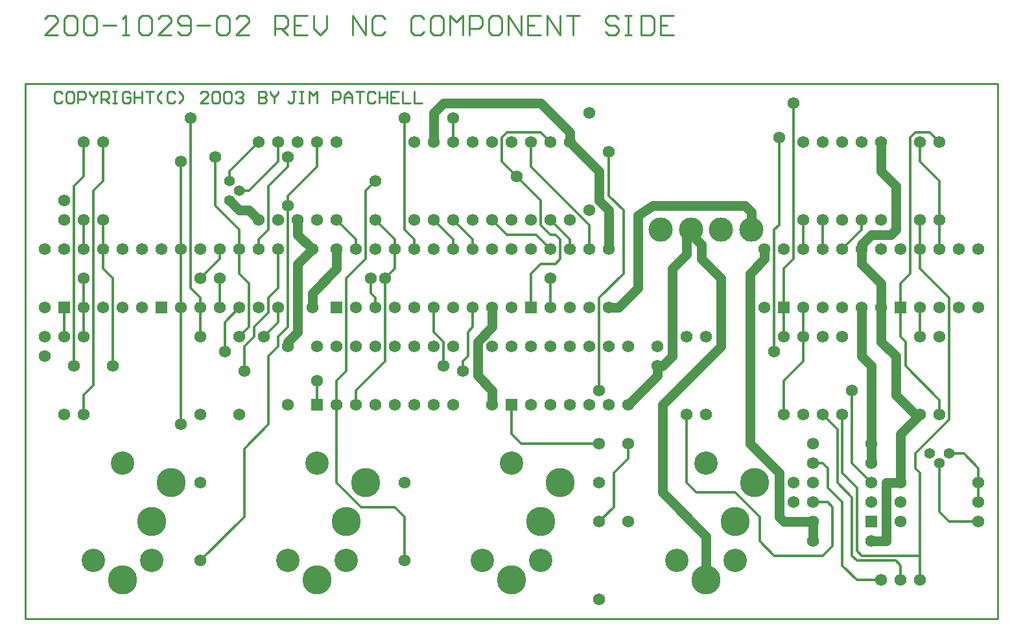
<source format=gtl>
*%FSLAX23Y23*%
*%MOIN*%
G01*
%ADD11C,0.007*%
%ADD12C,0.008*%
%ADD13C,0.010*%
%ADD14C,0.012*%
%ADD15C,0.032*%
%ADD16C,0.036*%
%ADD17C,0.050*%
%ADD18C,0.052*%
%ADD19C,0.055*%
%ADD20C,0.056*%
%ADD21C,0.060*%
%ADD22C,0.061*%
%ADD23C,0.062*%
%ADD24C,0.066*%
%ADD25C,0.068*%
%ADD26C,0.070*%
%ADD27C,0.080*%
%ADD28C,0.090*%
%ADD29C,0.095*%
%ADD30C,0.115*%
%ADD31C,0.120*%
%ADD32C,0.125*%
%ADD33C,0.126*%
%ADD34C,0.131*%
%ADD35C,0.150*%
%ADD36C,0.156*%
%ADD37R,0.062X0.062*%
%ADD38R,0.068X0.068*%
D13*
X7884Y9126D02*
X7874Y9136D01*
X7854D01*
X7844Y9126D01*
Y9086D01*
X7854Y9076D01*
X7874D01*
X7884Y9086D01*
X7914Y9136D02*
X7934D01*
X7914D02*
X7904Y9126D01*
Y9086D01*
X7914Y9076D01*
X7934D01*
X7944Y9086D01*
Y9126D01*
X7934Y9136D01*
X7964D02*
Y9076D01*
Y9136D02*
X7994D01*
X8004Y9126D01*
Y9106D01*
X7994Y9096D01*
X7964D01*
X8024Y9126D02*
Y9136D01*
Y9126D02*
X8044Y9106D01*
X8064Y9126D01*
Y9136D01*
X8044Y9106D02*
Y9076D01*
X8084D02*
Y9136D01*
X8114D01*
X8124Y9126D01*
Y9106D01*
X8114Y9096D01*
X8084D01*
X8104D02*
X8124Y9076D01*
X8144Y9136D02*
X8164D01*
X8154D01*
Y9076D01*
X8144D01*
X8164D01*
X8224Y9136D02*
X8234Y9126D01*
X8224Y9136D02*
X8204D01*
X8194Y9126D01*
Y9086D01*
X8204Y9076D01*
X8224D01*
X8234Y9086D01*
Y9106D01*
X8214D01*
X8254Y9136D02*
Y9076D01*
Y9106D01*
X8294D01*
Y9136D01*
Y9076D01*
X8314Y9136D02*
X8354D01*
X8334D01*
Y9076D01*
X8374Y9096D02*
X8394Y9076D01*
X8374Y9096D02*
Y9116D01*
X8394Y9136D01*
X8454D02*
X8464Y9126D01*
X8454Y9136D02*
X8434D01*
X8424Y9126D01*
Y9086D01*
X8434Y9076D01*
X8454D01*
X8464Y9086D01*
X8484Y9076D02*
X8504Y9096D01*
Y9116D01*
X8484Y9136D01*
X8594Y9076D02*
X8634D01*
X8594D02*
X8634Y9116D01*
Y9126D01*
X8624Y9136D01*
X8604D01*
X8594Y9126D01*
X8654D02*
X8664Y9136D01*
X8684D01*
X8694Y9126D01*
Y9086D01*
X8684Y9076D01*
X8664D01*
X8654Y9086D01*
Y9126D01*
X8714D02*
X8724Y9136D01*
X8744D01*
X8754Y9126D01*
Y9086D01*
X8744Y9076D01*
X8724D01*
X8714Y9086D01*
Y9126D01*
X8774D02*
X8784Y9136D01*
X8804D01*
X8814Y9126D01*
Y9116D01*
X8815D01*
X8814D02*
X8815D01*
X8814D02*
X8815D01*
X8814D02*
X8804Y9106D01*
X8794D01*
X8804D01*
X8814Y9096D01*
Y9086D01*
X8804Y9076D01*
X8784D01*
X8774Y9086D01*
X8894Y9076D02*
Y9136D01*
Y9076D02*
X8924D01*
X8934Y9086D01*
Y9096D01*
X8924Y9106D01*
X8894D01*
X8895D01*
X8894D02*
X8895D01*
X8894D02*
X8895D01*
X8894D02*
X8924D01*
X8934Y9116D01*
Y9126D01*
X8924Y9136D01*
X8894D01*
X8954D02*
Y9126D01*
X8974Y9106D01*
X8994Y9126D01*
Y9136D01*
X8974Y9106D02*
Y9076D01*
X9064Y9136D02*
X9084D01*
X9074D02*
X9064D01*
X9074D02*
Y9086D01*
X9064Y9076D01*
X9054D01*
X9044Y9086D01*
X9104Y9136D02*
X9124D01*
X9114D01*
Y9076D01*
X9104D01*
X9124D01*
X9154D02*
Y9136D01*
X9174Y9116D01*
X9194Y9136D01*
Y9076D01*
X9274D02*
Y9136D01*
X9304D01*
X9314Y9126D01*
Y9106D01*
X9304Y9096D01*
X9274D01*
X9334Y9076D02*
Y9116D01*
X9354Y9136D01*
X9374Y9116D01*
Y9076D01*
Y9106D01*
X9334D01*
X9394Y9136D02*
X9434D01*
X9414D01*
Y9076D01*
X9484Y9136D02*
X9494Y9126D01*
X9484Y9136D02*
X9464D01*
X9454Y9126D01*
Y9086D01*
X9464Y9076D01*
X9484D01*
X9494Y9086D01*
X9514Y9076D02*
Y9136D01*
Y9106D02*
Y9076D01*
Y9106D02*
X9554D01*
Y9136D01*
Y9076D01*
X9574Y9136D02*
X9614D01*
X9574D02*
Y9076D01*
X9614D01*
X9594Y9106D02*
X9574D01*
X9634Y9136D02*
Y9076D01*
X9674D01*
X9694D02*
Y9136D01*
Y9076D02*
X9734D01*
X7861Y9426D02*
X7794D01*
X7861Y9493D01*
Y9509D01*
X7844Y9526D01*
X7811D01*
X7794Y9509D01*
X7894D02*
X7911Y9526D01*
X7944D01*
X7961Y9509D01*
Y9443D01*
X7944Y9426D01*
X7911D01*
X7894Y9443D01*
Y9509D01*
X7994D02*
X8011Y9526D01*
X8044D01*
X8061Y9509D01*
Y9443D01*
X8044Y9426D01*
X8011D01*
X7994Y9443D01*
Y9509D01*
X8094Y9476D02*
X8161D01*
X8194Y9426D02*
X8227D01*
X8211D01*
Y9526D01*
X8212D01*
X8211D02*
X8194Y9509D01*
X8277D02*
X8294Y9526D01*
X8327D01*
X8344Y9509D01*
Y9443D01*
X8327Y9426D01*
X8294D01*
X8277Y9443D01*
Y9509D01*
X8377Y9426D02*
X8444D01*
X8377D02*
X8444Y9493D01*
Y9509D01*
X8427Y9526D01*
X8394D01*
X8377Y9509D01*
X8477Y9443D02*
X8494Y9426D01*
X8527D01*
X8544Y9443D01*
Y9509D01*
X8527Y9526D01*
X8494D01*
X8477Y9509D01*
Y9493D01*
X8494Y9476D01*
X8544D01*
X8577D02*
X8644D01*
X8677Y9509D02*
X8694Y9526D01*
X8727D01*
X8744Y9509D01*
Y9443D01*
X8727Y9426D01*
X8694D01*
X8677Y9443D01*
Y9509D01*
X8777Y9426D02*
X8844D01*
X8777D02*
X8844Y9493D01*
Y9509D01*
X8827Y9526D01*
X8794D01*
X8777Y9509D01*
X8977Y9526D02*
Y9426D01*
Y9526D02*
X9027D01*
X9044Y9509D01*
Y9476D01*
X9027Y9459D01*
X8977D01*
X9010D02*
X9044Y9426D01*
X9077Y9526D02*
X9144D01*
X9077D02*
Y9426D01*
X9144D01*
X9110Y9476D02*
X9077D01*
X9177Y9459D02*
Y9526D01*
Y9459D02*
X9210Y9426D01*
X9244Y9459D01*
Y9526D01*
X9377D02*
Y9426D01*
X9443D02*
X9377Y9526D01*
X9443D02*
Y9426D01*
X9543Y9509D02*
X9527Y9526D01*
X9493D01*
X9477Y9509D01*
Y9443D01*
X9493Y9426D01*
X9527D01*
X9543Y9443D01*
X9727Y9526D02*
X9743Y9509D01*
X9727Y9526D02*
X9693D01*
X9677Y9509D01*
Y9443D01*
X9693Y9426D01*
X9727D01*
X9743Y9443D01*
X9793Y9526D02*
X9827D01*
X9793D02*
X9777Y9509D01*
Y9443D01*
X9793Y9426D01*
X9827D01*
X9843Y9443D01*
Y9509D01*
X9827Y9526D01*
X9877D02*
Y9426D01*
X9910Y9493D02*
X9877Y9526D01*
X9910Y9493D02*
X9943Y9526D01*
Y9426D01*
X9977D02*
Y9526D01*
X10027D01*
X10043Y9509D01*
Y9476D01*
X10027Y9459D01*
X9977D01*
X10093Y9526D02*
X10127D01*
X10093D02*
X10077Y9509D01*
Y9443D01*
X10093Y9426D01*
X10127D01*
X10143Y9443D01*
Y9509D01*
X10127Y9526D01*
X10177D02*
Y9426D01*
X10243D02*
X10177Y9526D01*
X10243D02*
Y9426D01*
X10277Y9526D02*
X10343D01*
X10277D02*
Y9426D01*
X10343D01*
X10310Y9476D02*
X10277D01*
X10376Y9426D02*
Y9526D01*
X10443Y9426D01*
Y9526D01*
X10476D02*
X10543D01*
X10510D01*
Y9426D01*
X10726Y9526D02*
X10743Y9509D01*
X10726Y9526D02*
X10693D01*
X10676Y9509D01*
Y9493D01*
X10693Y9476D01*
X10726D01*
X10743Y9459D01*
Y9443D01*
X10726Y9426D01*
X10693D01*
X10676Y9443D01*
X10776Y9526D02*
X10810D01*
X10793D01*
Y9426D01*
X10776D01*
X10810D01*
X10860D02*
Y9526D01*
Y9426D02*
X10910D01*
X10926Y9443D01*
Y9509D01*
X10910Y9526D01*
X10860D01*
X10960D02*
X11026D01*
X10960D02*
Y9426D01*
X11026D01*
X10993Y9476D02*
X10960D01*
X7694Y9176D02*
Y6426D01*
X12694D02*
Y9176D01*
Y6426D02*
X7694D01*
Y9176D02*
X12694D01*
D14*
X8819Y6951D02*
X8594Y6726D01*
X8819Y7301D02*
X8944Y7426D01*
X9294Y7126D02*
X9419Y7001D01*
X10594Y8451D02*
X10294Y8751D01*
X11344Y7076D02*
X11469Y6951D01*
X8794Y8426D02*
X8669Y8551D01*
X12294Y8226D02*
X12444Y8076D01*
X12219Y7726D02*
X12394Y7551D01*
X8894Y8876D02*
X8744Y8726D01*
X8844Y8626D02*
X8994Y8776D01*
X9044Y8601D02*
X9194Y8751D01*
X12269Y7276D02*
X12444Y7451D01*
X9544Y7751D02*
X9394Y7601D01*
X10644Y8076D02*
X10769Y8201D01*
X11994Y6751D02*
X12294D01*
X11794D02*
X11544D01*
X11969Y6726D02*
X12169D01*
X12094Y6626D02*
X11969D01*
X7894Y7876D02*
Y8026D01*
X7994Y8326D02*
Y8476D01*
X8044Y8626D02*
Y7626D01*
X7994Y7576D02*
Y7476D01*
Y7876D02*
Y8026D01*
Y8176D01*
X7944Y7726D02*
Y8651D01*
X7994Y8701D02*
Y8876D01*
X8044Y7626D02*
X7994Y7576D01*
X8044Y8626D02*
X8094Y8676D01*
X7994Y8701D02*
X7944Y8651D01*
X12444Y6926D02*
X12594D01*
X8094Y8676D02*
Y8876D01*
X8144Y8176D02*
Y7726D01*
X8094Y8326D02*
Y8476D01*
Y8326D02*
Y8226D01*
X8144Y8176D01*
X9444Y7001D02*
X9594D01*
X9444D02*
X9419D01*
X11144Y7076D02*
X11344D01*
X11744Y7026D02*
X11819D01*
X12444Y7276D02*
X12519D01*
X11794Y7226D02*
X11744D01*
X10644Y7326D02*
X10244D01*
X8494Y7426D02*
Y8026D01*
Y8326D01*
Y8776D01*
X8544Y8476D02*
Y8126D01*
Y8476D02*
Y9001D01*
X8594Y8026D02*
Y7876D01*
Y8026D02*
Y8076D01*
X8544Y8126D01*
X8594Y8176D02*
X8694Y8276D01*
X8819Y7301D02*
Y6951D01*
X8844Y7926D02*
Y8151D01*
X8744Y8676D02*
Y8726D01*
X8669Y8801D02*
Y8551D01*
X8794Y8326D02*
Y8201D01*
Y8326D02*
Y8426D01*
X8694Y8176D02*
Y8026D01*
Y8276D02*
Y8326D01*
X8719Y7951D02*
Y7801D01*
X8819Y7826D02*
Y7701D01*
X8844Y8151D02*
X8794Y8201D01*
X8844Y7926D02*
X8794Y7876D01*
X8719Y7951D02*
X8794Y8026D01*
X8869Y7876D02*
X8819Y7826D01*
X8994D02*
Y7876D01*
X8944Y7776D02*
Y7426D01*
X8994Y8776D02*
Y8876D01*
X8944Y8651D02*
Y8426D01*
X8894Y8376D02*
Y8326D01*
X8994D02*
Y8126D01*
Y8026D02*
Y7951D01*
X8944Y8001D02*
Y8076D01*
X8869Y7926D02*
Y7876D01*
X8994D02*
X9044Y7926D01*
X8994Y7826D02*
X8944Y7776D01*
Y8651D02*
X9044Y8751D01*
X8944Y8426D02*
X8894Y8376D01*
X8994Y8126D02*
X8944Y8076D01*
X8994Y7951D02*
X8919Y7876D01*
X8869Y7926D02*
X8944Y8001D01*
X9194Y8751D02*
Y8876D01*
X9044Y8551D02*
Y7926D01*
Y8551D02*
Y8601D01*
X9194Y7651D02*
Y7526D01*
X9044Y8751D02*
Y8801D01*
X9294Y7526D02*
Y7126D01*
Y7526D02*
Y7651D01*
X9394Y8326D02*
Y8376D01*
Y7601D02*
Y7526D01*
X9344Y7701D02*
Y8176D01*
X9394Y8376D02*
X9294Y8476D01*
X9344Y7701D02*
X9294Y7651D01*
X9344Y8176D02*
X9444Y8276D01*
X10344Y8251D02*
X10419D01*
X9594Y8326D02*
Y8376D01*
Y8326D02*
Y8226D01*
X9544Y8176D02*
Y7751D01*
X9444Y8276D02*
Y8626D01*
X9469Y8176D02*
Y8101D01*
X9494Y8076D02*
Y8026D01*
X9594Y7001D02*
X9644Y6951D01*
X9594Y8376D02*
X9494Y8476D01*
X9469Y8101D02*
X9494Y8076D01*
X9444Y8626D02*
X9494Y8676D01*
X9594Y8226D02*
X9544Y8176D01*
X10169Y8401D02*
X10319D01*
X10394D02*
X10419D01*
X9694Y8376D02*
Y8326D01*
X9644Y8426D02*
Y9001D01*
Y6951D02*
Y6726D01*
X9794Y7901D02*
Y8026D01*
X9694Y8376D02*
X9644Y8426D01*
X9794Y8476D02*
X9894Y8376D01*
X9794Y7901D02*
X9844Y7851D01*
X8844Y8626D02*
X8794D01*
X9894Y8376D02*
Y8326D01*
X9994D02*
Y8376D01*
X9969Y7901D02*
Y7776D01*
X9994Y7926D02*
Y8026D01*
X9944Y7751D02*
Y7701D01*
X9844Y7726D02*
Y7851D01*
X9894Y8876D02*
Y9001D01*
Y8476D02*
X9994Y8376D01*
X9969Y7776D02*
X9944Y7751D01*
X9969Y7901D02*
X9994Y7926D01*
X12269Y8926D02*
X12344D01*
X10344D02*
X10169D01*
X10144Y8901D02*
Y8776D01*
X10194Y7526D02*
Y7376D01*
X10169Y8401D02*
X10094Y8476D01*
X10219Y8701D02*
X10144Y8776D01*
X10244Y8676D01*
X10144Y8901D02*
X10169Y8926D01*
X10194Y7376D02*
X10244Y7326D01*
X10344Y8451D02*
Y8576D01*
X10294Y8751D02*
Y8876D01*
Y8201D02*
Y8026D01*
X10394D02*
Y8176D01*
Y8326D02*
X10319Y8401D01*
X10344Y8576D02*
X10244Y8676D01*
X10344Y8451D02*
X10394Y8401D01*
X10344Y8251D02*
X10294Y8201D01*
X10494Y8376D02*
X10394Y8476D01*
Y8876D02*
X10344Y8926D01*
X10444Y8376D02*
Y8276D01*
X10494Y8326D02*
Y8376D01*
X10594Y8326D02*
Y8451D01*
X10444Y8376D02*
X10419Y8401D01*
X10444Y8276D02*
X10419Y8251D01*
X10694Y8601D02*
Y8826D01*
X10644Y8076D02*
Y7601D01*
X10719Y7176D02*
Y7001D01*
X10794Y7251D02*
Y7326D01*
X10769Y8201D02*
Y8526D01*
X10694Y8601D01*
X10794Y7251D02*
X10719Y7176D01*
Y7001D02*
X10644Y6926D01*
X11094Y7126D02*
Y7476D01*
Y7126D02*
X11144Y7076D01*
X11469Y6951D02*
Y6826D01*
X11569Y8451D02*
Y8901D01*
X11544Y8426D02*
Y7801D01*
X11469Y6826D02*
X11544Y6751D01*
Y8426D02*
X11569Y8451D01*
X11594Y7651D02*
Y7476D01*
X11694Y7876D02*
Y8026D01*
Y7876D02*
Y7751D01*
Y8326D02*
Y8476D01*
X11644Y8276D02*
Y9076D01*
X11594Y8026D02*
Y7876D01*
Y8026D02*
Y8226D01*
X11694Y7751D02*
X11594Y7651D01*
Y8226D02*
X11644Y8276D01*
X11894Y7476D02*
Y7176D01*
X11969Y7101D02*
Y6776D01*
X11944Y7226D02*
Y7601D01*
X11844Y7001D02*
Y6801D01*
X11794Y8326D02*
Y8476D01*
X11869Y7401D02*
Y7126D01*
X11944Y7051D02*
Y6751D01*
X11894Y6701D02*
Y7026D01*
X11819Y7101D02*
Y7201D01*
X11969Y6776D02*
X11994Y6751D01*
X11969Y7101D02*
X11894Y7176D01*
X11944Y7226D02*
X12044Y7126D01*
X11844Y7001D02*
X11819Y7026D01*
X11869Y7126D02*
X11944Y7051D01*
Y6751D02*
X11969Y6726D01*
X11869Y7401D02*
X11794Y7476D01*
X11894Y6701D02*
X11969Y6626D01*
X11894Y7026D02*
X11819Y7101D01*
Y7201D02*
X11794Y7226D01*
X11844Y6801D02*
X11794Y6751D01*
X11894Y8326D02*
X11994Y8426D01*
Y8476D01*
X12169Y6726D02*
X12194Y6701D01*
X12294Y6751D02*
Y6626D01*
Y7176D01*
Y8776D02*
Y8876D01*
X12244Y8901D02*
Y8201D01*
X12294Y8326D02*
Y8476D01*
Y8026D02*
Y7876D01*
X12194Y6701D02*
Y6626D01*
X12269Y7201D02*
Y7276D01*
X12294Y8226D02*
Y8326D01*
X12219Y7851D02*
Y7726D01*
X12194Y8026D02*
Y8151D01*
Y8026D02*
Y7876D01*
X12394Y8676D02*
X12294Y8776D01*
X12394Y8876D02*
X12344Y8926D01*
X12269Y7201D02*
X12294Y7176D01*
X12219Y7851D02*
X12194Y7876D01*
X12244Y8901D02*
X12269Y8926D01*
X12244Y8201D02*
X12194Y8151D01*
X12394Y8326D02*
Y8476D01*
Y8676D01*
Y7226D02*
Y6976D01*
X12444Y7451D02*
Y8076D01*
X12394Y7551D02*
Y7476D01*
X12519Y7276D02*
X12594Y7201D01*
X12394Y6976D02*
X12444Y6926D01*
X12594Y7026D02*
Y7126D01*
Y7201D01*
D17*
X10919Y8551D02*
X10844Y8501D01*
X11394Y8551D02*
X11428Y8515D01*
X11116Y8426D02*
X11094Y8401D01*
X10094Y7601D02*
X10019Y7676D01*
X11994Y7776D02*
X12044Y7726D01*
X11569Y6951D02*
X11594Y6926D01*
X11569Y7176D02*
X11419Y7326D01*
X12094Y8151D02*
X11994Y8251D01*
X9169Y8326D02*
X9094Y8401D01*
X10644Y8576D02*
X10694Y8526D01*
X10644Y8726D02*
X10494Y8876D01*
X12094Y7851D02*
X12169Y7776D01*
Y7576D02*
X12269Y7476D01*
X12169Y8651D02*
X12094Y8726D01*
X8794Y8526D02*
X8744Y8576D01*
X8844Y8526D02*
X8894Y8476D01*
X10969Y7076D02*
X11194Y6851D01*
X11269Y8176D02*
X11169Y8276D01*
Y8351D02*
X11119Y8401D01*
X10494Y8926D02*
X10344Y9076D01*
X10094Y7926D02*
X10019Y7851D01*
X11419Y8201D02*
X11494Y8276D01*
X9094Y7901D02*
X9044Y7851D01*
X9094Y8251D02*
X9169Y8326D01*
X9294Y8226D02*
X9169Y8101D01*
X12194Y7376D02*
X12294Y7476D01*
X12144Y8401D02*
X12169Y8426D01*
X12044Y8401D02*
X11994Y8351D01*
X10944Y7676D02*
X10794Y7526D01*
X10744Y8026D02*
X10844Y8126D01*
X11019Y7776D02*
X10994Y7751D01*
X11019Y8226D02*
X11094Y8301D01*
X10994Y7751D02*
X10969Y7726D01*
X11119Y7676D02*
X10969Y7526D01*
X11119Y7676D02*
X11269Y7826D01*
X9844Y9076D02*
X9794Y9026D01*
X11594Y6926D02*
X11744D01*
X12044Y6826D02*
X12119D01*
Y7126D02*
X12194D01*
X12269Y7476D02*
X12294D01*
X10969Y7726D02*
X10944D01*
X9044Y7826D02*
Y7851D01*
X9094Y7901D02*
Y8251D01*
Y8401D02*
Y8476D01*
X9169Y8101D02*
Y8026D01*
X10694D02*
X10744D01*
X9294Y8226D02*
Y8326D01*
X12044Y8401D02*
X12144D01*
X8844Y8526D02*
X8794D01*
X10919Y8551D02*
X11394D01*
X9794Y8876D02*
Y9026D01*
X10019Y7851D02*
Y7676D01*
X10094Y7926D02*
Y8026D01*
Y7601D02*
Y7526D01*
X9844Y9076D02*
X10344D01*
X10494Y8926D02*
Y8876D01*
X10644Y8726D02*
Y8576D01*
X10694Y8526D02*
Y8326D01*
X10844Y8501D02*
Y8126D01*
X10944Y7726D02*
Y7676D01*
X10969Y7526D02*
Y7076D01*
X11019Y7776D02*
Y8226D01*
X11094Y8301D02*
Y8401D01*
X11194Y6851D02*
Y6626D01*
X11169Y8276D02*
Y8351D01*
X11119Y8401D02*
Y8426D01*
X11269Y8176D02*
Y7826D01*
X11419Y8201D02*
Y7326D01*
X11494Y8276D02*
Y8326D01*
X11569Y7176D02*
Y6951D01*
X11428Y8426D02*
Y8515D01*
X11744Y6926D02*
Y6826D01*
X11994Y7776D02*
Y8026D01*
X12044Y7326D02*
Y7226D01*
Y7326D02*
Y7726D01*
X12119Y7126D02*
Y6826D01*
X12169Y7576D02*
Y7776D01*
X12094Y8026D02*
Y8151D01*
Y8026D02*
Y7851D01*
X12169Y8426D02*
Y8651D01*
X11994Y8326D02*
Y8251D01*
Y8326D02*
Y8351D01*
X12094Y8726D02*
Y8876D01*
X12194Y7376D02*
Y7126D01*
D19*
X12394Y7226D02*
D03*
X12444Y7276D02*
D03*
X12344D02*
D03*
X8744Y8576D02*
D03*
X8794Y8626D02*
D03*
X8744Y8676D02*
D03*
D23*
X11944Y7601D02*
D03*
X11644Y9076D02*
D03*
X11569Y8901D02*
D03*
X11544Y7801D02*
D03*
X10644Y7601D02*
D03*
X10219Y8701D02*
D03*
X10394Y8176D02*
D03*
X9894Y9001D02*
D03*
X9844Y7726D02*
D03*
X9944Y7701D02*
D03*
X9644Y9001D02*
D03*
X9469Y8176D02*
D03*
X9544D02*
D03*
X9044Y8801D02*
D03*
Y8551D02*
D03*
X9194Y7651D02*
D03*
X8919Y7876D02*
D03*
X8669Y8801D02*
D03*
X8719Y7801D02*
D03*
X8694Y8176D02*
D03*
X8819Y7701D02*
D03*
X8544Y9001D02*
D03*
X8494Y8776D02*
D03*
X8594Y8176D02*
D03*
X8494Y7426D02*
D03*
X8144Y7726D02*
D03*
X7944D02*
D03*
X7994Y8176D02*
D03*
X11894Y8876D02*
D03*
Y8476D02*
D03*
X12294Y8876D02*
D03*
Y8476D02*
D03*
X12394Y8876D02*
D03*
Y8476D02*
D03*
X11994Y8876D02*
D03*
Y8476D02*
D03*
X12094Y8876D02*
D03*
Y8476D02*
D03*
X11894Y7476D02*
D03*
Y7876D02*
D03*
X12294Y8026D02*
D03*
X12194Y8326D02*
D03*
X12294D02*
D03*
X12394D02*
D03*
X12494D02*
D03*
Y8026D02*
D03*
X12394D02*
D03*
X12594D02*
D03*
Y8326D02*
D03*
X12094D02*
D03*
Y8026D02*
D03*
X11994D02*
D03*
Y8326D02*
D03*
X11694Y8026D02*
D03*
X11594Y8326D02*
D03*
X11694D02*
D03*
X11794D02*
D03*
X11894D02*
D03*
Y8026D02*
D03*
X11794D02*
D03*
X11494Y8326D02*
D03*
Y8026D02*
D03*
X11794Y8476D02*
D03*
Y8876D02*
D03*
X11694Y8476D02*
D03*
Y8876D02*
D03*
X11594Y7476D02*
D03*
Y7876D02*
D03*
X11694Y7476D02*
D03*
Y7876D02*
D03*
X11794Y7476D02*
D03*
Y7876D02*
D03*
X12294D02*
D03*
Y7476D02*
D03*
X12394Y7876D02*
D03*
Y7476D02*
D03*
X11644Y7026D02*
D03*
Y7126D02*
D03*
X12194Y7026D02*
D03*
X12594D02*
D03*
X12194Y7126D02*
D03*
X12594D02*
D03*
X12044Y7326D02*
D03*
X11744D02*
D03*
X12194Y6626D02*
D03*
X12094D02*
D03*
X12294D02*
D03*
X12044Y7026D02*
D03*
X11744Y6926D02*
D03*
Y7026D02*
D03*
Y7126D02*
D03*
Y7226D02*
D03*
X12044D02*
D03*
Y7126D02*
D03*
X12194Y6926D02*
D03*
X12594D02*
D03*
X11744Y6826D02*
D03*
X12044D02*
D03*
X9994Y8476D02*
D03*
Y8876D02*
D03*
X9894D02*
D03*
Y8476D02*
D03*
X10694Y8826D02*
D03*
X10594Y8526D02*
D03*
Y9026D02*
D03*
X10294Y8876D02*
D03*
Y8476D02*
D03*
X10494Y8876D02*
D03*
Y8476D02*
D03*
X10394Y8876D02*
D03*
Y8476D02*
D03*
X10094D02*
D03*
Y8876D02*
D03*
X10644Y7126D02*
D03*
Y7326D02*
D03*
X10794D02*
D03*
Y6926D02*
D03*
X10694Y8026D02*
D03*
Y8326D02*
D03*
X10394Y8026D02*
D03*
X10294Y8326D02*
D03*
X10394D02*
D03*
X10494D02*
D03*
X10594D02*
D03*
Y8026D02*
D03*
X10494D02*
D03*
X10194Y8326D02*
D03*
Y8026D02*
D03*
X10094D02*
D03*
Y8326D02*
D03*
X11094Y7476D02*
D03*
Y7876D02*
D03*
X11194Y7476D02*
D03*
Y7876D02*
D03*
X10944Y7726D02*
D03*
Y7826D02*
D03*
X10294Y7526D02*
D03*
X10194Y7826D02*
D03*
X10294D02*
D03*
X10394D02*
D03*
X10494D02*
D03*
X10594D02*
D03*
X10694D02*
D03*
X10794D02*
D03*
Y7526D02*
D03*
X10694D02*
D03*
X10594D02*
D03*
X10494D02*
D03*
X10394D02*
D03*
X10094Y7826D02*
D03*
Y7526D02*
D03*
X10194Y8476D02*
D03*
Y8876D02*
D03*
X10644Y6926D02*
D03*
Y6526D02*
D03*
X9694Y8476D02*
D03*
Y8876D02*
D03*
X9194D02*
D03*
Y8476D02*
D03*
X8994Y8876D02*
D03*
Y8476D02*
D03*
X9294D02*
D03*
Y8876D02*
D03*
X9494Y8476D02*
D03*
Y8676D02*
D03*
Y7526D02*
D03*
X9394D02*
D03*
X9194Y7826D02*
D03*
X9294D02*
D03*
X9394D02*
D03*
X9494D02*
D03*
X9594D02*
D03*
X9694D02*
D03*
X9794D02*
D03*
X9894D02*
D03*
Y7526D02*
D03*
X9794D02*
D03*
X9694D02*
D03*
X9594D02*
D03*
X9294D02*
D03*
X8294Y8026D02*
D03*
Y8326D02*
D03*
X8494Y8026D02*
D03*
X8394Y8326D02*
D03*
X8494D02*
D03*
X8594D02*
D03*
X8694D02*
D03*
X8794D02*
D03*
X8894D02*
D03*
X8994D02*
D03*
Y8026D02*
D03*
X8894D02*
D03*
X8794D02*
D03*
X8694D02*
D03*
X8594D02*
D03*
X9794Y8476D02*
D03*
Y8876D02*
D03*
X8594Y7876D02*
D03*
Y7476D02*
D03*
X8794Y7876D02*
D03*
Y7476D02*
D03*
X9594Y8026D02*
D03*
X9494D02*
D03*
X9294Y8326D02*
D03*
X9394D02*
D03*
X9494D02*
D03*
X9594D02*
D03*
X9694D02*
D03*
X9794D02*
D03*
X9894D02*
D03*
X9994D02*
D03*
Y8026D02*
D03*
X9894D02*
D03*
X9794D02*
D03*
X9694D02*
D03*
X9394D02*
D03*
X9094Y8476D02*
D03*
Y8876D02*
D03*
X8894Y8476D02*
D03*
Y8876D02*
D03*
X9169Y8326D02*
D03*
Y8026D02*
D03*
X9044Y7526D02*
D03*
Y7826D02*
D03*
X8594Y7126D02*
D03*
Y6726D02*
D03*
X9644D02*
D03*
Y7126D02*
D03*
X8094Y8876D02*
D03*
Y8476D02*
D03*
X7994Y8876D02*
D03*
Y8476D02*
D03*
X7894Y8576D02*
D03*
Y8476D02*
D03*
X7794Y8326D02*
D03*
Y8026D02*
D03*
X7994D02*
D03*
X7894Y8326D02*
D03*
X7994D02*
D03*
X8094D02*
D03*
X8194D02*
D03*
Y8026D02*
D03*
X8094D02*
D03*
X7994Y7476D02*
D03*
Y7876D02*
D03*
X7894Y7476D02*
D03*
Y7876D02*
D03*
X7794Y7776D02*
D03*
Y7876D02*
D03*
D31*
X11194Y7226D02*
D03*
X11344Y6726D02*
D03*
X11044D02*
D03*
X10194Y7226D02*
D03*
X10344Y6726D02*
D03*
X10044D02*
D03*
X9194Y7226D02*
D03*
X9344Y6726D02*
D03*
X9044D02*
D03*
X8194Y7226D02*
D03*
X8344Y6726D02*
D03*
X8044D02*
D03*
D32*
X11272Y8426D02*
D03*
X10960D02*
D03*
X11428D02*
D03*
X11116D02*
D03*
D35*
X11194Y6626D02*
D03*
X11344Y6926D02*
D03*
X11444Y7126D02*
D03*
X10194Y6626D02*
D03*
X10344Y6926D02*
D03*
X10444Y7126D02*
D03*
X9194Y6626D02*
D03*
X9344Y6926D02*
D03*
X9444Y7126D02*
D03*
X8194Y6626D02*
D03*
X8344Y6926D02*
D03*
X8444Y7126D02*
D03*
D37*
X12194Y8026D02*
D03*
X11594D02*
D03*
X12044Y6926D02*
D03*
X10294Y8026D02*
D03*
X10194Y7526D02*
D03*
X9194D02*
D03*
X8394Y8026D02*
D03*
X9294D02*
D03*
X7894D02*
D03*
M02*

</source>
